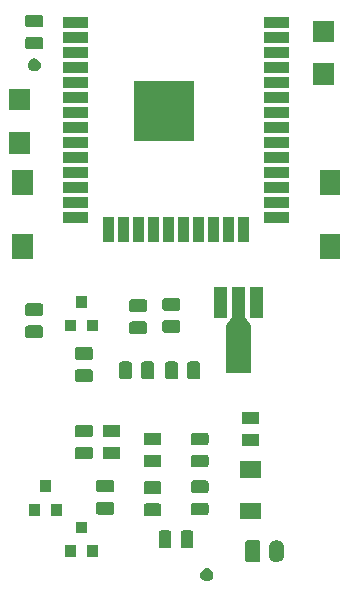
<source format=gbr>
G04 #@! TF.GenerationSoftware,KiCad,Pcbnew,(5.1.5)-3*
G04 #@! TF.CreationDate,2021-04-09T15:24:42+08:00*
G04 #@! TF.ProjectId,parasite,70617261-7369-4746-952e-6b696361645f,1.1.0*
G04 #@! TF.SameCoordinates,Original*
G04 #@! TF.FileFunction,Soldermask,Top*
G04 #@! TF.FilePolarity,Negative*
%FSLAX46Y46*%
G04 Gerber Fmt 4.6, Leading zero omitted, Abs format (unit mm)*
G04 Created by KiCad (PCBNEW (5.1.5)-3) date 2021-04-09 15:24:42*
%MOMM*%
%LPD*%
G04 APERTURE LIST*
%ADD10C,0.100000*%
G04 APERTURE END LIST*
D10*
G36*
X120760721Y-95970174D02*
G01*
X120860995Y-96011709D01*
X120860996Y-96011710D01*
X120951242Y-96072010D01*
X121027990Y-96148758D01*
X121027991Y-96148760D01*
X121088291Y-96239005D01*
X121129826Y-96339279D01*
X121151000Y-96445730D01*
X121151000Y-96554270D01*
X121129826Y-96660721D01*
X121088291Y-96760995D01*
X121088290Y-96760996D01*
X121027990Y-96851242D01*
X120951242Y-96927990D01*
X120905812Y-96958345D01*
X120860995Y-96988291D01*
X120760721Y-97029826D01*
X120654270Y-97051000D01*
X120545730Y-97051000D01*
X120439279Y-97029826D01*
X120339005Y-96988291D01*
X120294188Y-96958345D01*
X120248758Y-96927990D01*
X120172010Y-96851242D01*
X120111710Y-96760996D01*
X120111709Y-96760995D01*
X120070174Y-96660721D01*
X120049000Y-96554270D01*
X120049000Y-96445730D01*
X120070174Y-96339279D01*
X120111709Y-96239005D01*
X120172009Y-96148760D01*
X120172010Y-96148758D01*
X120248758Y-96072010D01*
X120339004Y-96011710D01*
X120339005Y-96011709D01*
X120439279Y-95970174D01*
X120545730Y-95949000D01*
X120654270Y-95949000D01*
X120760721Y-95970174D01*
G37*
G36*
X126627617Y-93583420D02*
G01*
X126708399Y-93607925D01*
X126750335Y-93620646D01*
X126863424Y-93681094D01*
X126962554Y-93762447D01*
X127043906Y-93861575D01*
X127104354Y-93974664D01*
X127106503Y-93981750D01*
X127141580Y-94097382D01*
X127151000Y-94193027D01*
X127151000Y-94806973D01*
X127141580Y-94902618D01*
X127114040Y-94993404D01*
X127104354Y-95025336D01*
X127043906Y-95138425D01*
X126962554Y-95237554D01*
X126863425Y-95318906D01*
X126750336Y-95379354D01*
X126718404Y-95389040D01*
X126627618Y-95416580D01*
X126500000Y-95429149D01*
X126372383Y-95416580D01*
X126281597Y-95389040D01*
X126249665Y-95379354D01*
X126136576Y-95318906D01*
X126037447Y-95237554D01*
X125956096Y-95138427D01*
X125956095Y-95138425D01*
X125895647Y-95025336D01*
X125895645Y-95025333D01*
X125883237Y-94984427D01*
X125858420Y-94902618D01*
X125849000Y-94806973D01*
X125849000Y-94193028D01*
X125849297Y-94190017D01*
X125855076Y-94131337D01*
X125858420Y-94097383D01*
X125895645Y-93974669D01*
X125895646Y-93974665D01*
X125956094Y-93861576D01*
X126037447Y-93762446D01*
X126136575Y-93681094D01*
X126249664Y-93620646D01*
X126291600Y-93607925D01*
X126372382Y-93583420D01*
X126500000Y-93570851D01*
X126627617Y-93583420D01*
G37*
G36*
X124991242Y-93578404D02*
G01*
X125028337Y-93589657D01*
X125062515Y-93607925D01*
X125092481Y-93632519D01*
X125117075Y-93662485D01*
X125135343Y-93696663D01*
X125146596Y-93733758D01*
X125151000Y-93778474D01*
X125151000Y-95221526D01*
X125146596Y-95266242D01*
X125135343Y-95303337D01*
X125117075Y-95337515D01*
X125092481Y-95367481D01*
X125062515Y-95392075D01*
X125028337Y-95410343D01*
X124991242Y-95421596D01*
X124946526Y-95426000D01*
X124053474Y-95426000D01*
X124008758Y-95421596D01*
X123971663Y-95410343D01*
X123937485Y-95392075D01*
X123907519Y-95367481D01*
X123882925Y-95337515D01*
X123864657Y-95303337D01*
X123853404Y-95266242D01*
X123849000Y-95221526D01*
X123849000Y-93778474D01*
X123853404Y-93733758D01*
X123864657Y-93696663D01*
X123882925Y-93662485D01*
X123907519Y-93632519D01*
X123937485Y-93607925D01*
X123971663Y-93589657D01*
X124008758Y-93578404D01*
X124053474Y-93574000D01*
X124946526Y-93574000D01*
X124991242Y-93578404D01*
G37*
G36*
X111401000Y-95001000D02*
G01*
X110499000Y-95001000D01*
X110499000Y-93999000D01*
X111401000Y-93999000D01*
X111401000Y-95001000D01*
G37*
G36*
X109501000Y-95001000D02*
G01*
X108599000Y-95001000D01*
X108599000Y-93999000D01*
X109501000Y-93999000D01*
X109501000Y-95001000D01*
G37*
G36*
X119309468Y-92753565D02*
G01*
X119348138Y-92765296D01*
X119383777Y-92784346D01*
X119415017Y-92809983D01*
X119440654Y-92841223D01*
X119459704Y-92876862D01*
X119471435Y-92915532D01*
X119476000Y-92961888D01*
X119476000Y-94038112D01*
X119471435Y-94084468D01*
X119459704Y-94123138D01*
X119440654Y-94158777D01*
X119415017Y-94190017D01*
X119383777Y-94215654D01*
X119348138Y-94234704D01*
X119309468Y-94246435D01*
X119263112Y-94251000D01*
X118611888Y-94251000D01*
X118565532Y-94246435D01*
X118526862Y-94234704D01*
X118491223Y-94215654D01*
X118459983Y-94190017D01*
X118434346Y-94158777D01*
X118415296Y-94123138D01*
X118403565Y-94084468D01*
X118399000Y-94038112D01*
X118399000Y-92961888D01*
X118403565Y-92915532D01*
X118415296Y-92876862D01*
X118434346Y-92841223D01*
X118459983Y-92809983D01*
X118491223Y-92784346D01*
X118526862Y-92765296D01*
X118565532Y-92753565D01*
X118611888Y-92749000D01*
X119263112Y-92749000D01*
X119309468Y-92753565D01*
G37*
G36*
X117434468Y-92753565D02*
G01*
X117473138Y-92765296D01*
X117508777Y-92784346D01*
X117540017Y-92809983D01*
X117565654Y-92841223D01*
X117584704Y-92876862D01*
X117596435Y-92915532D01*
X117601000Y-92961888D01*
X117601000Y-94038112D01*
X117596435Y-94084468D01*
X117584704Y-94123138D01*
X117565654Y-94158777D01*
X117540017Y-94190017D01*
X117508777Y-94215654D01*
X117473138Y-94234704D01*
X117434468Y-94246435D01*
X117388112Y-94251000D01*
X116736888Y-94251000D01*
X116690532Y-94246435D01*
X116651862Y-94234704D01*
X116616223Y-94215654D01*
X116584983Y-94190017D01*
X116559346Y-94158777D01*
X116540296Y-94123138D01*
X116528565Y-94084468D01*
X116524000Y-94038112D01*
X116524000Y-92961888D01*
X116528565Y-92915532D01*
X116540296Y-92876862D01*
X116559346Y-92841223D01*
X116584983Y-92809983D01*
X116616223Y-92784346D01*
X116651862Y-92765296D01*
X116690532Y-92753565D01*
X116736888Y-92749000D01*
X117388112Y-92749000D01*
X117434468Y-92753565D01*
G37*
G36*
X110451000Y-93001000D02*
G01*
X109549000Y-93001000D01*
X109549000Y-91999000D01*
X110451000Y-91999000D01*
X110451000Y-93001000D01*
G37*
G36*
X125201000Y-91801000D02*
G01*
X123399000Y-91801000D01*
X123399000Y-90399000D01*
X125201000Y-90399000D01*
X125201000Y-91801000D01*
G37*
G36*
X116584468Y-90466065D02*
G01*
X116623138Y-90477796D01*
X116658777Y-90496846D01*
X116690017Y-90522483D01*
X116715654Y-90553723D01*
X116734704Y-90589362D01*
X116746435Y-90628032D01*
X116751000Y-90674388D01*
X116751000Y-91325612D01*
X116746435Y-91371968D01*
X116734704Y-91410638D01*
X116715654Y-91446277D01*
X116690017Y-91477517D01*
X116658777Y-91503154D01*
X116623138Y-91522204D01*
X116584468Y-91533935D01*
X116538112Y-91538500D01*
X115461888Y-91538500D01*
X115415532Y-91533935D01*
X115376862Y-91522204D01*
X115341223Y-91503154D01*
X115309983Y-91477517D01*
X115284346Y-91446277D01*
X115265296Y-91410638D01*
X115253565Y-91371968D01*
X115249000Y-91325612D01*
X115249000Y-90674388D01*
X115253565Y-90628032D01*
X115265296Y-90589362D01*
X115284346Y-90553723D01*
X115309983Y-90522483D01*
X115341223Y-90496846D01*
X115376862Y-90477796D01*
X115415532Y-90466065D01*
X115461888Y-90461500D01*
X116538112Y-90461500D01*
X116584468Y-90466065D01*
G37*
G36*
X108351000Y-91501000D02*
G01*
X107449000Y-91501000D01*
X107449000Y-90499000D01*
X108351000Y-90499000D01*
X108351000Y-91501000D01*
G37*
G36*
X106451000Y-91501000D02*
G01*
X105549000Y-91501000D01*
X105549000Y-90499000D01*
X106451000Y-90499000D01*
X106451000Y-91501000D01*
G37*
G36*
X120584468Y-90403565D02*
G01*
X120623138Y-90415296D01*
X120658777Y-90434346D01*
X120690017Y-90459983D01*
X120715654Y-90491223D01*
X120734704Y-90526862D01*
X120746435Y-90565532D01*
X120751000Y-90611888D01*
X120751000Y-91263112D01*
X120746435Y-91309468D01*
X120734704Y-91348138D01*
X120715654Y-91383777D01*
X120690017Y-91415017D01*
X120658777Y-91440654D01*
X120623138Y-91459704D01*
X120584468Y-91471435D01*
X120538112Y-91476000D01*
X119461888Y-91476000D01*
X119415532Y-91471435D01*
X119376862Y-91459704D01*
X119341223Y-91440654D01*
X119309983Y-91415017D01*
X119284346Y-91383777D01*
X119265296Y-91348138D01*
X119253565Y-91309468D01*
X119249000Y-91263112D01*
X119249000Y-90611888D01*
X119253565Y-90565532D01*
X119265296Y-90526862D01*
X119284346Y-90491223D01*
X119309983Y-90459983D01*
X119341223Y-90434346D01*
X119376862Y-90415296D01*
X119415532Y-90403565D01*
X119461888Y-90399000D01*
X120538112Y-90399000D01*
X120584468Y-90403565D01*
G37*
G36*
X112584468Y-90341065D02*
G01*
X112623138Y-90352796D01*
X112658777Y-90371846D01*
X112690017Y-90397483D01*
X112715654Y-90428723D01*
X112734704Y-90464362D01*
X112746435Y-90503032D01*
X112751000Y-90549388D01*
X112751000Y-91200612D01*
X112746435Y-91246968D01*
X112734704Y-91285638D01*
X112715654Y-91321277D01*
X112690017Y-91352517D01*
X112658777Y-91378154D01*
X112623138Y-91397204D01*
X112584468Y-91408935D01*
X112538112Y-91413500D01*
X111461888Y-91413500D01*
X111415532Y-91408935D01*
X111376862Y-91397204D01*
X111341223Y-91378154D01*
X111309983Y-91352517D01*
X111284346Y-91321277D01*
X111265296Y-91285638D01*
X111253565Y-91246968D01*
X111249000Y-91200612D01*
X111249000Y-90549388D01*
X111253565Y-90503032D01*
X111265296Y-90464362D01*
X111284346Y-90428723D01*
X111309983Y-90397483D01*
X111341223Y-90371846D01*
X111376862Y-90352796D01*
X111415532Y-90341065D01*
X111461888Y-90336500D01*
X112538112Y-90336500D01*
X112584468Y-90341065D01*
G37*
G36*
X116584468Y-88591065D02*
G01*
X116623138Y-88602796D01*
X116658777Y-88621846D01*
X116690017Y-88647483D01*
X116715654Y-88678723D01*
X116734704Y-88714362D01*
X116746435Y-88753032D01*
X116751000Y-88799388D01*
X116751000Y-89450612D01*
X116746435Y-89496968D01*
X116734704Y-89535638D01*
X116715654Y-89571277D01*
X116690017Y-89602517D01*
X116658777Y-89628154D01*
X116623138Y-89647204D01*
X116584468Y-89658935D01*
X116538112Y-89663500D01*
X115461888Y-89663500D01*
X115415532Y-89658935D01*
X115376862Y-89647204D01*
X115341223Y-89628154D01*
X115309983Y-89602517D01*
X115284346Y-89571277D01*
X115265296Y-89535638D01*
X115253565Y-89496968D01*
X115249000Y-89450612D01*
X115249000Y-88799388D01*
X115253565Y-88753032D01*
X115265296Y-88714362D01*
X115284346Y-88678723D01*
X115309983Y-88647483D01*
X115341223Y-88621846D01*
X115376862Y-88602796D01*
X115415532Y-88591065D01*
X115461888Y-88586500D01*
X116538112Y-88586500D01*
X116584468Y-88591065D01*
G37*
G36*
X120584468Y-88528565D02*
G01*
X120623138Y-88540296D01*
X120658777Y-88559346D01*
X120690017Y-88584983D01*
X120715654Y-88616223D01*
X120734704Y-88651862D01*
X120746435Y-88690532D01*
X120751000Y-88736888D01*
X120751000Y-89388112D01*
X120746435Y-89434468D01*
X120734704Y-89473138D01*
X120715654Y-89508777D01*
X120690017Y-89540017D01*
X120658777Y-89565654D01*
X120623138Y-89584704D01*
X120584468Y-89596435D01*
X120538112Y-89601000D01*
X119461888Y-89601000D01*
X119415532Y-89596435D01*
X119376862Y-89584704D01*
X119341223Y-89565654D01*
X119309983Y-89540017D01*
X119284346Y-89508777D01*
X119265296Y-89473138D01*
X119253565Y-89434468D01*
X119249000Y-89388112D01*
X119249000Y-88736888D01*
X119253565Y-88690532D01*
X119265296Y-88651862D01*
X119284346Y-88616223D01*
X119309983Y-88584983D01*
X119341223Y-88559346D01*
X119376862Y-88540296D01*
X119415532Y-88528565D01*
X119461888Y-88524000D01*
X120538112Y-88524000D01*
X120584468Y-88528565D01*
G37*
G36*
X112584468Y-88466065D02*
G01*
X112623138Y-88477796D01*
X112658777Y-88496846D01*
X112690017Y-88522483D01*
X112715654Y-88553723D01*
X112734704Y-88589362D01*
X112746435Y-88628032D01*
X112751000Y-88674388D01*
X112751000Y-89325612D01*
X112746435Y-89371968D01*
X112734704Y-89410638D01*
X112715654Y-89446277D01*
X112690017Y-89477517D01*
X112658777Y-89503154D01*
X112623138Y-89522204D01*
X112584468Y-89533935D01*
X112538112Y-89538500D01*
X111461888Y-89538500D01*
X111415532Y-89533935D01*
X111376862Y-89522204D01*
X111341223Y-89503154D01*
X111309983Y-89477517D01*
X111284346Y-89446277D01*
X111265296Y-89410638D01*
X111253565Y-89371968D01*
X111249000Y-89325612D01*
X111249000Y-88674388D01*
X111253565Y-88628032D01*
X111265296Y-88589362D01*
X111284346Y-88553723D01*
X111309983Y-88522483D01*
X111341223Y-88496846D01*
X111376862Y-88477796D01*
X111415532Y-88466065D01*
X111461888Y-88461500D01*
X112538112Y-88461500D01*
X112584468Y-88466065D01*
G37*
G36*
X107401000Y-89501000D02*
G01*
X106499000Y-89501000D01*
X106499000Y-88499000D01*
X107401000Y-88499000D01*
X107401000Y-89501000D01*
G37*
G36*
X125201000Y-88301000D02*
G01*
X123399000Y-88301000D01*
X123399000Y-86899000D01*
X125201000Y-86899000D01*
X125201000Y-88301000D01*
G37*
G36*
X120584468Y-86341065D02*
G01*
X120623138Y-86352796D01*
X120658777Y-86371846D01*
X120690017Y-86397483D01*
X120715654Y-86428723D01*
X120734704Y-86464362D01*
X120746435Y-86503032D01*
X120751000Y-86549388D01*
X120751000Y-87200612D01*
X120746435Y-87246968D01*
X120734704Y-87285638D01*
X120715654Y-87321277D01*
X120690017Y-87352517D01*
X120658777Y-87378154D01*
X120623138Y-87397204D01*
X120584468Y-87408935D01*
X120538112Y-87413500D01*
X119461888Y-87413500D01*
X119415532Y-87408935D01*
X119376862Y-87397204D01*
X119341223Y-87378154D01*
X119309983Y-87352517D01*
X119284346Y-87321277D01*
X119265296Y-87285638D01*
X119253565Y-87246968D01*
X119249000Y-87200612D01*
X119249000Y-86549388D01*
X119253565Y-86503032D01*
X119265296Y-86464362D01*
X119284346Y-86428723D01*
X119309983Y-86397483D01*
X119341223Y-86371846D01*
X119376862Y-86352796D01*
X119415532Y-86341065D01*
X119461888Y-86336500D01*
X120538112Y-86336500D01*
X120584468Y-86341065D01*
G37*
G36*
X116584468Y-86341065D02*
G01*
X116623138Y-86352796D01*
X116658777Y-86371846D01*
X116690017Y-86397483D01*
X116715654Y-86428723D01*
X116734704Y-86464362D01*
X116746435Y-86503032D01*
X116751000Y-86549388D01*
X116751000Y-87200612D01*
X116746435Y-87246968D01*
X116734704Y-87285638D01*
X116715654Y-87321277D01*
X116690017Y-87352517D01*
X116658777Y-87378154D01*
X116623138Y-87397204D01*
X116584468Y-87408935D01*
X116538112Y-87413500D01*
X115461888Y-87413500D01*
X115415532Y-87408935D01*
X115376862Y-87397204D01*
X115341223Y-87378154D01*
X115309983Y-87352517D01*
X115284346Y-87321277D01*
X115265296Y-87285638D01*
X115253565Y-87246968D01*
X115249000Y-87200612D01*
X115249000Y-86549388D01*
X115253565Y-86503032D01*
X115265296Y-86464362D01*
X115284346Y-86428723D01*
X115309983Y-86397483D01*
X115341223Y-86371846D01*
X115376862Y-86352796D01*
X115415532Y-86341065D01*
X115461888Y-86336500D01*
X116538112Y-86336500D01*
X116584468Y-86341065D01*
G37*
G36*
X113121968Y-85666065D02*
G01*
X113160638Y-85677796D01*
X113196277Y-85696846D01*
X113227517Y-85722483D01*
X113253154Y-85753723D01*
X113272204Y-85789362D01*
X113283935Y-85828032D01*
X113288500Y-85874388D01*
X113288500Y-86525612D01*
X113283935Y-86571968D01*
X113272204Y-86610638D01*
X113253154Y-86646277D01*
X113227517Y-86677517D01*
X113196277Y-86703154D01*
X113160638Y-86722204D01*
X113121968Y-86733935D01*
X113075612Y-86738500D01*
X111999388Y-86738500D01*
X111953032Y-86733935D01*
X111914362Y-86722204D01*
X111878723Y-86703154D01*
X111847483Y-86677517D01*
X111821846Y-86646277D01*
X111802796Y-86610638D01*
X111791065Y-86571968D01*
X111786500Y-86525612D01*
X111786500Y-85874388D01*
X111791065Y-85828032D01*
X111802796Y-85789362D01*
X111821846Y-85753723D01*
X111847483Y-85722483D01*
X111878723Y-85696846D01*
X111914362Y-85677796D01*
X111953032Y-85666065D01*
X111999388Y-85661500D01*
X113075612Y-85661500D01*
X113121968Y-85666065D01*
G37*
G36*
X110784468Y-85666065D02*
G01*
X110823138Y-85677796D01*
X110858777Y-85696846D01*
X110890017Y-85722483D01*
X110915654Y-85753723D01*
X110934704Y-85789362D01*
X110946435Y-85828032D01*
X110951000Y-85874388D01*
X110951000Y-86525612D01*
X110946435Y-86571968D01*
X110934704Y-86610638D01*
X110915654Y-86646277D01*
X110890017Y-86677517D01*
X110858777Y-86703154D01*
X110823138Y-86722204D01*
X110784468Y-86733935D01*
X110738112Y-86738500D01*
X109661888Y-86738500D01*
X109615532Y-86733935D01*
X109576862Y-86722204D01*
X109541223Y-86703154D01*
X109509983Y-86677517D01*
X109484346Y-86646277D01*
X109465296Y-86610638D01*
X109453565Y-86571968D01*
X109449000Y-86525612D01*
X109449000Y-85874388D01*
X109453565Y-85828032D01*
X109465296Y-85789362D01*
X109484346Y-85753723D01*
X109509983Y-85722483D01*
X109541223Y-85696846D01*
X109576862Y-85677796D01*
X109615532Y-85666065D01*
X109661888Y-85661500D01*
X110738112Y-85661500D01*
X110784468Y-85666065D01*
G37*
G36*
X124884468Y-84566065D02*
G01*
X124923138Y-84577796D01*
X124958777Y-84596846D01*
X124990017Y-84622483D01*
X125015654Y-84653723D01*
X125034704Y-84689362D01*
X125046435Y-84728032D01*
X125051000Y-84774388D01*
X125051000Y-85425612D01*
X125046435Y-85471968D01*
X125034704Y-85510638D01*
X125015654Y-85546277D01*
X124990017Y-85577517D01*
X124958777Y-85603154D01*
X124923138Y-85622204D01*
X124884468Y-85633935D01*
X124838112Y-85638500D01*
X123761888Y-85638500D01*
X123715532Y-85633935D01*
X123676862Y-85622204D01*
X123641223Y-85603154D01*
X123609983Y-85577517D01*
X123584346Y-85546277D01*
X123565296Y-85510638D01*
X123553565Y-85471968D01*
X123549000Y-85425612D01*
X123549000Y-84774388D01*
X123553565Y-84728032D01*
X123565296Y-84689362D01*
X123584346Y-84653723D01*
X123609983Y-84622483D01*
X123641223Y-84596846D01*
X123676862Y-84577796D01*
X123715532Y-84566065D01*
X123761888Y-84561500D01*
X124838112Y-84561500D01*
X124884468Y-84566065D01*
G37*
G36*
X120584468Y-84466065D02*
G01*
X120623138Y-84477796D01*
X120658777Y-84496846D01*
X120690017Y-84522483D01*
X120715654Y-84553723D01*
X120734704Y-84589362D01*
X120746435Y-84628032D01*
X120751000Y-84674388D01*
X120751000Y-85325612D01*
X120746435Y-85371968D01*
X120734704Y-85410638D01*
X120715654Y-85446277D01*
X120690017Y-85477517D01*
X120658777Y-85503154D01*
X120623138Y-85522204D01*
X120584468Y-85533935D01*
X120538112Y-85538500D01*
X119461888Y-85538500D01*
X119415532Y-85533935D01*
X119376862Y-85522204D01*
X119341223Y-85503154D01*
X119309983Y-85477517D01*
X119284346Y-85446277D01*
X119265296Y-85410638D01*
X119253565Y-85371968D01*
X119249000Y-85325612D01*
X119249000Y-84674388D01*
X119253565Y-84628032D01*
X119265296Y-84589362D01*
X119284346Y-84553723D01*
X119309983Y-84522483D01*
X119341223Y-84496846D01*
X119376862Y-84477796D01*
X119415532Y-84466065D01*
X119461888Y-84461500D01*
X120538112Y-84461500D01*
X120584468Y-84466065D01*
G37*
G36*
X116584468Y-84466065D02*
G01*
X116623138Y-84477796D01*
X116658777Y-84496846D01*
X116690017Y-84522483D01*
X116715654Y-84553723D01*
X116734704Y-84589362D01*
X116746435Y-84628032D01*
X116751000Y-84674388D01*
X116751000Y-85325612D01*
X116746435Y-85371968D01*
X116734704Y-85410638D01*
X116715654Y-85446277D01*
X116690017Y-85477517D01*
X116658777Y-85503154D01*
X116623138Y-85522204D01*
X116584468Y-85533935D01*
X116538112Y-85538500D01*
X115461888Y-85538500D01*
X115415532Y-85533935D01*
X115376862Y-85522204D01*
X115341223Y-85503154D01*
X115309983Y-85477517D01*
X115284346Y-85446277D01*
X115265296Y-85410638D01*
X115253565Y-85371968D01*
X115249000Y-85325612D01*
X115249000Y-84674388D01*
X115253565Y-84628032D01*
X115265296Y-84589362D01*
X115284346Y-84553723D01*
X115309983Y-84522483D01*
X115341223Y-84496846D01*
X115376862Y-84477796D01*
X115415532Y-84466065D01*
X115461888Y-84461500D01*
X116538112Y-84461500D01*
X116584468Y-84466065D01*
G37*
G36*
X110784468Y-83791065D02*
G01*
X110823138Y-83802796D01*
X110858777Y-83821846D01*
X110890017Y-83847483D01*
X110915654Y-83878723D01*
X110934704Y-83914362D01*
X110946435Y-83953032D01*
X110951000Y-83999388D01*
X110951000Y-84650612D01*
X110946435Y-84696968D01*
X110934704Y-84735638D01*
X110915654Y-84771277D01*
X110890017Y-84802517D01*
X110858777Y-84828154D01*
X110823138Y-84847204D01*
X110784468Y-84858935D01*
X110738112Y-84863500D01*
X109661888Y-84863500D01*
X109615532Y-84858935D01*
X109576862Y-84847204D01*
X109541223Y-84828154D01*
X109509983Y-84802517D01*
X109484346Y-84771277D01*
X109465296Y-84735638D01*
X109453565Y-84696968D01*
X109449000Y-84650612D01*
X109449000Y-83999388D01*
X109453565Y-83953032D01*
X109465296Y-83914362D01*
X109484346Y-83878723D01*
X109509983Y-83847483D01*
X109541223Y-83821846D01*
X109576862Y-83802796D01*
X109615532Y-83791065D01*
X109661888Y-83786500D01*
X110738112Y-83786500D01*
X110784468Y-83791065D01*
G37*
G36*
X113121968Y-83791065D02*
G01*
X113160638Y-83802796D01*
X113196277Y-83821846D01*
X113227517Y-83847483D01*
X113253154Y-83878723D01*
X113272204Y-83914362D01*
X113283935Y-83953032D01*
X113288500Y-83999388D01*
X113288500Y-84650612D01*
X113283935Y-84696968D01*
X113272204Y-84735638D01*
X113253154Y-84771277D01*
X113227517Y-84802517D01*
X113196277Y-84828154D01*
X113160638Y-84847204D01*
X113121968Y-84858935D01*
X113075612Y-84863500D01*
X111999388Y-84863500D01*
X111953032Y-84858935D01*
X111914362Y-84847204D01*
X111878723Y-84828154D01*
X111847483Y-84802517D01*
X111821846Y-84771277D01*
X111802796Y-84735638D01*
X111791065Y-84696968D01*
X111786500Y-84650612D01*
X111786500Y-83999388D01*
X111791065Y-83953032D01*
X111802796Y-83914362D01*
X111821846Y-83878723D01*
X111847483Y-83847483D01*
X111878723Y-83821846D01*
X111914362Y-83802796D01*
X111953032Y-83791065D01*
X111999388Y-83786500D01*
X113075612Y-83786500D01*
X113121968Y-83791065D01*
G37*
G36*
X124884468Y-82691065D02*
G01*
X124923138Y-82702796D01*
X124958777Y-82721846D01*
X124990017Y-82747483D01*
X125015654Y-82778723D01*
X125034704Y-82814362D01*
X125046435Y-82853032D01*
X125051000Y-82899388D01*
X125051000Y-83550612D01*
X125046435Y-83596968D01*
X125034704Y-83635638D01*
X125015654Y-83671277D01*
X124990017Y-83702517D01*
X124958777Y-83728154D01*
X124923138Y-83747204D01*
X124884468Y-83758935D01*
X124838112Y-83763500D01*
X123761888Y-83763500D01*
X123715532Y-83758935D01*
X123676862Y-83747204D01*
X123641223Y-83728154D01*
X123609983Y-83702517D01*
X123584346Y-83671277D01*
X123565296Y-83635638D01*
X123553565Y-83596968D01*
X123549000Y-83550612D01*
X123549000Y-82899388D01*
X123553565Y-82853032D01*
X123565296Y-82814362D01*
X123584346Y-82778723D01*
X123609983Y-82747483D01*
X123641223Y-82721846D01*
X123676862Y-82702796D01*
X123715532Y-82691065D01*
X123761888Y-82686500D01*
X124838112Y-82686500D01*
X124884468Y-82691065D01*
G37*
G36*
X110784468Y-79103565D02*
G01*
X110823138Y-79115296D01*
X110858777Y-79134346D01*
X110890017Y-79159983D01*
X110915654Y-79191223D01*
X110934704Y-79226862D01*
X110946435Y-79265532D01*
X110951000Y-79311888D01*
X110951000Y-79963112D01*
X110946435Y-80009468D01*
X110934704Y-80048138D01*
X110915654Y-80083777D01*
X110890017Y-80115017D01*
X110858777Y-80140654D01*
X110823138Y-80159704D01*
X110784468Y-80171435D01*
X110738112Y-80176000D01*
X109661888Y-80176000D01*
X109615532Y-80171435D01*
X109576862Y-80159704D01*
X109541223Y-80140654D01*
X109509983Y-80115017D01*
X109484346Y-80083777D01*
X109465296Y-80048138D01*
X109453565Y-80009468D01*
X109449000Y-79963112D01*
X109449000Y-79311888D01*
X109453565Y-79265532D01*
X109465296Y-79226862D01*
X109484346Y-79191223D01*
X109509983Y-79159983D01*
X109541223Y-79134346D01*
X109576862Y-79115296D01*
X109615532Y-79103565D01*
X109661888Y-79099000D01*
X110738112Y-79099000D01*
X110784468Y-79103565D01*
G37*
G36*
X119871968Y-78453565D02*
G01*
X119910638Y-78465296D01*
X119946277Y-78484346D01*
X119977517Y-78509983D01*
X120003154Y-78541223D01*
X120022204Y-78576862D01*
X120033935Y-78615532D01*
X120038500Y-78661888D01*
X120038500Y-79738112D01*
X120033935Y-79784468D01*
X120022204Y-79823138D01*
X120003154Y-79858777D01*
X119977517Y-79890017D01*
X119946277Y-79915654D01*
X119910638Y-79934704D01*
X119871968Y-79946435D01*
X119825612Y-79951000D01*
X119174388Y-79951000D01*
X119128032Y-79946435D01*
X119089362Y-79934704D01*
X119053723Y-79915654D01*
X119022483Y-79890017D01*
X118996846Y-79858777D01*
X118977796Y-79823138D01*
X118966065Y-79784468D01*
X118961500Y-79738112D01*
X118961500Y-78661888D01*
X118966065Y-78615532D01*
X118977796Y-78576862D01*
X118996846Y-78541223D01*
X119022483Y-78509983D01*
X119053723Y-78484346D01*
X119089362Y-78465296D01*
X119128032Y-78453565D01*
X119174388Y-78449000D01*
X119825612Y-78449000D01*
X119871968Y-78453565D01*
G37*
G36*
X117996968Y-78453565D02*
G01*
X118035638Y-78465296D01*
X118071277Y-78484346D01*
X118102517Y-78509983D01*
X118128154Y-78541223D01*
X118147204Y-78576862D01*
X118158935Y-78615532D01*
X118163500Y-78661888D01*
X118163500Y-79738112D01*
X118158935Y-79784468D01*
X118147204Y-79823138D01*
X118128154Y-79858777D01*
X118102517Y-79890017D01*
X118071277Y-79915654D01*
X118035638Y-79934704D01*
X117996968Y-79946435D01*
X117950612Y-79951000D01*
X117299388Y-79951000D01*
X117253032Y-79946435D01*
X117214362Y-79934704D01*
X117178723Y-79915654D01*
X117147483Y-79890017D01*
X117121846Y-79858777D01*
X117102796Y-79823138D01*
X117091065Y-79784468D01*
X117086500Y-79738112D01*
X117086500Y-78661888D01*
X117091065Y-78615532D01*
X117102796Y-78576862D01*
X117121846Y-78541223D01*
X117147483Y-78509983D01*
X117178723Y-78484346D01*
X117214362Y-78465296D01*
X117253032Y-78453565D01*
X117299388Y-78449000D01*
X117950612Y-78449000D01*
X117996968Y-78453565D01*
G37*
G36*
X115971968Y-78453565D02*
G01*
X116010638Y-78465296D01*
X116046277Y-78484346D01*
X116077517Y-78509983D01*
X116103154Y-78541223D01*
X116122204Y-78576862D01*
X116133935Y-78615532D01*
X116138500Y-78661888D01*
X116138500Y-79738112D01*
X116133935Y-79784468D01*
X116122204Y-79823138D01*
X116103154Y-79858777D01*
X116077517Y-79890017D01*
X116046277Y-79915654D01*
X116010638Y-79934704D01*
X115971968Y-79946435D01*
X115925612Y-79951000D01*
X115274388Y-79951000D01*
X115228032Y-79946435D01*
X115189362Y-79934704D01*
X115153723Y-79915654D01*
X115122483Y-79890017D01*
X115096846Y-79858777D01*
X115077796Y-79823138D01*
X115066065Y-79784468D01*
X115061500Y-79738112D01*
X115061500Y-78661888D01*
X115066065Y-78615532D01*
X115077796Y-78576862D01*
X115096846Y-78541223D01*
X115122483Y-78509983D01*
X115153723Y-78484346D01*
X115189362Y-78465296D01*
X115228032Y-78453565D01*
X115274388Y-78449000D01*
X115925612Y-78449000D01*
X115971968Y-78453565D01*
G37*
G36*
X114096968Y-78453565D02*
G01*
X114135638Y-78465296D01*
X114171277Y-78484346D01*
X114202517Y-78509983D01*
X114228154Y-78541223D01*
X114247204Y-78576862D01*
X114258935Y-78615532D01*
X114263500Y-78661888D01*
X114263500Y-79738112D01*
X114258935Y-79784468D01*
X114247204Y-79823138D01*
X114228154Y-79858777D01*
X114202517Y-79890017D01*
X114171277Y-79915654D01*
X114135638Y-79934704D01*
X114096968Y-79946435D01*
X114050612Y-79951000D01*
X113399388Y-79951000D01*
X113353032Y-79946435D01*
X113314362Y-79934704D01*
X113278723Y-79915654D01*
X113247483Y-79890017D01*
X113221846Y-79858777D01*
X113202796Y-79823138D01*
X113191065Y-79784468D01*
X113186500Y-79738112D01*
X113186500Y-78661888D01*
X113191065Y-78615532D01*
X113202796Y-78576862D01*
X113221846Y-78541223D01*
X113247483Y-78509983D01*
X113278723Y-78484346D01*
X113314362Y-78465296D01*
X113353032Y-78453565D01*
X113399388Y-78449000D01*
X114050612Y-78449000D01*
X114096968Y-78453565D01*
G37*
G36*
X123851000Y-74621713D02*
G01*
X123853402Y-74646099D01*
X123860515Y-74669548D01*
X123871994Y-74691050D01*
X124019996Y-74913053D01*
X124028500Y-74923437D01*
X124034852Y-74935336D01*
X124273520Y-75293338D01*
X124289045Y-75312296D01*
X124307971Y-75327861D01*
X124329569Y-75339435D01*
X124351000Y-75345961D01*
X124351000Y-75371712D01*
X124353402Y-75396098D01*
X124360515Y-75419547D01*
X124371994Y-75441049D01*
X124408607Y-75495968D01*
X124406553Y-75497066D01*
X124387611Y-75512611D01*
X124372066Y-75531553D01*
X124360515Y-75553164D01*
X124353402Y-75576613D01*
X124351000Y-75600999D01*
X124351000Y-79451000D01*
X122249000Y-79451000D01*
X122249000Y-75600999D01*
X122246598Y-75576613D01*
X122239485Y-75553164D01*
X122227934Y-75531553D01*
X122212389Y-75512611D01*
X122193447Y-75497066D01*
X122191393Y-75495968D01*
X122228006Y-75441049D01*
X122239535Y-75419426D01*
X122246624Y-75395970D01*
X122249000Y-75371712D01*
X122249000Y-75345949D01*
X122270310Y-75339485D01*
X122291921Y-75327934D01*
X122310863Y-75312389D01*
X122326480Y-75293338D01*
X122565148Y-74935336D01*
X122571493Y-74923435D01*
X122580004Y-74913053D01*
X122728006Y-74691050D01*
X122739535Y-74669427D01*
X122746624Y-74645971D01*
X122749000Y-74621713D01*
X122749000Y-72139000D01*
X123851000Y-72139000D01*
X123851000Y-74621713D01*
G37*
G36*
X110784468Y-77228565D02*
G01*
X110823138Y-77240296D01*
X110858777Y-77259346D01*
X110890017Y-77284983D01*
X110915654Y-77316223D01*
X110934704Y-77351862D01*
X110946435Y-77390532D01*
X110951000Y-77436888D01*
X110951000Y-78088112D01*
X110946435Y-78134468D01*
X110934704Y-78173138D01*
X110915654Y-78208777D01*
X110890017Y-78240017D01*
X110858777Y-78265654D01*
X110823138Y-78284704D01*
X110784468Y-78296435D01*
X110738112Y-78301000D01*
X109661888Y-78301000D01*
X109615532Y-78296435D01*
X109576862Y-78284704D01*
X109541223Y-78265654D01*
X109509983Y-78240017D01*
X109484346Y-78208777D01*
X109465296Y-78173138D01*
X109453565Y-78134468D01*
X109449000Y-78088112D01*
X109449000Y-77436888D01*
X109453565Y-77390532D01*
X109465296Y-77351862D01*
X109484346Y-77316223D01*
X109509983Y-77284983D01*
X109541223Y-77259346D01*
X109576862Y-77240296D01*
X109615532Y-77228565D01*
X109661888Y-77224000D01*
X110738112Y-77224000D01*
X110784468Y-77228565D01*
G37*
G36*
X106584468Y-75403565D02*
G01*
X106623138Y-75415296D01*
X106658777Y-75434346D01*
X106690017Y-75459983D01*
X106715654Y-75491223D01*
X106734704Y-75526862D01*
X106746435Y-75565532D01*
X106751000Y-75611888D01*
X106751000Y-76263112D01*
X106746435Y-76309468D01*
X106734704Y-76348138D01*
X106715654Y-76383777D01*
X106690017Y-76415017D01*
X106658777Y-76440654D01*
X106623138Y-76459704D01*
X106584468Y-76471435D01*
X106538112Y-76476000D01*
X105461888Y-76476000D01*
X105415532Y-76471435D01*
X105376862Y-76459704D01*
X105341223Y-76440654D01*
X105309983Y-76415017D01*
X105284346Y-76383777D01*
X105265296Y-76348138D01*
X105253565Y-76309468D01*
X105249000Y-76263112D01*
X105249000Y-75611888D01*
X105253565Y-75565532D01*
X105265296Y-75526862D01*
X105284346Y-75491223D01*
X105309983Y-75459983D01*
X105341223Y-75434346D01*
X105376862Y-75415296D01*
X105415532Y-75403565D01*
X105461888Y-75399000D01*
X106538112Y-75399000D01*
X106584468Y-75403565D01*
G37*
G36*
X115384468Y-75066065D02*
G01*
X115423138Y-75077796D01*
X115458777Y-75096846D01*
X115490017Y-75122483D01*
X115515654Y-75153723D01*
X115534704Y-75189362D01*
X115546435Y-75228032D01*
X115551000Y-75274388D01*
X115551000Y-75925612D01*
X115546435Y-75971968D01*
X115534704Y-76010638D01*
X115515654Y-76046277D01*
X115490017Y-76077517D01*
X115458777Y-76103154D01*
X115423138Y-76122204D01*
X115384468Y-76133935D01*
X115338112Y-76138500D01*
X114261888Y-76138500D01*
X114215532Y-76133935D01*
X114176862Y-76122204D01*
X114141223Y-76103154D01*
X114109983Y-76077517D01*
X114084346Y-76046277D01*
X114065296Y-76010638D01*
X114053565Y-75971968D01*
X114049000Y-75925612D01*
X114049000Y-75274388D01*
X114053565Y-75228032D01*
X114065296Y-75189362D01*
X114084346Y-75153723D01*
X114109983Y-75122483D01*
X114141223Y-75096846D01*
X114176862Y-75077796D01*
X114215532Y-75066065D01*
X114261888Y-75061500D01*
X115338112Y-75061500D01*
X115384468Y-75066065D01*
G37*
G36*
X118184468Y-74941065D02*
G01*
X118223138Y-74952796D01*
X118258777Y-74971846D01*
X118290017Y-74997483D01*
X118315654Y-75028723D01*
X118334704Y-75064362D01*
X118346435Y-75103032D01*
X118351000Y-75149388D01*
X118351000Y-75800612D01*
X118346435Y-75846968D01*
X118334704Y-75885638D01*
X118315654Y-75921277D01*
X118290017Y-75952517D01*
X118258777Y-75978154D01*
X118223138Y-75997204D01*
X118184468Y-76008935D01*
X118138112Y-76013500D01*
X117061888Y-76013500D01*
X117015532Y-76008935D01*
X116976862Y-75997204D01*
X116941223Y-75978154D01*
X116909983Y-75952517D01*
X116884346Y-75921277D01*
X116865296Y-75885638D01*
X116853565Y-75846968D01*
X116849000Y-75800612D01*
X116849000Y-75149388D01*
X116853565Y-75103032D01*
X116865296Y-75064362D01*
X116884346Y-75028723D01*
X116909983Y-74997483D01*
X116941223Y-74971846D01*
X116976862Y-74952796D01*
X117015532Y-74941065D01*
X117061888Y-74936500D01*
X118138112Y-74936500D01*
X118184468Y-74941065D01*
G37*
G36*
X109501000Y-75901000D02*
G01*
X108599000Y-75901000D01*
X108599000Y-74899000D01*
X109501000Y-74899000D01*
X109501000Y-75901000D01*
G37*
G36*
X111401000Y-75901000D02*
G01*
X110499000Y-75901000D01*
X110499000Y-74899000D01*
X111401000Y-74899000D01*
X111401000Y-75901000D01*
G37*
G36*
X122351000Y-74741000D02*
G01*
X121249000Y-74741000D01*
X121249000Y-72139000D01*
X122351000Y-72139000D01*
X122351000Y-74741000D01*
G37*
G36*
X125351000Y-74741000D02*
G01*
X124249000Y-74741000D01*
X124249000Y-72139000D01*
X125351000Y-72139000D01*
X125351000Y-74741000D01*
G37*
G36*
X106584468Y-73528565D02*
G01*
X106623138Y-73540296D01*
X106658777Y-73559346D01*
X106690017Y-73584983D01*
X106715654Y-73616223D01*
X106734704Y-73651862D01*
X106746435Y-73690532D01*
X106751000Y-73736888D01*
X106751000Y-74388112D01*
X106746435Y-74434468D01*
X106734704Y-74473138D01*
X106715654Y-74508777D01*
X106690017Y-74540017D01*
X106658777Y-74565654D01*
X106623138Y-74584704D01*
X106584468Y-74596435D01*
X106538112Y-74601000D01*
X105461888Y-74601000D01*
X105415532Y-74596435D01*
X105376862Y-74584704D01*
X105341223Y-74565654D01*
X105309983Y-74540017D01*
X105284346Y-74508777D01*
X105265296Y-74473138D01*
X105253565Y-74434468D01*
X105249000Y-74388112D01*
X105249000Y-73736888D01*
X105253565Y-73690532D01*
X105265296Y-73651862D01*
X105284346Y-73616223D01*
X105309983Y-73584983D01*
X105341223Y-73559346D01*
X105376862Y-73540296D01*
X105415532Y-73528565D01*
X105461888Y-73524000D01*
X106538112Y-73524000D01*
X106584468Y-73528565D01*
G37*
G36*
X115384468Y-73191065D02*
G01*
X115423138Y-73202796D01*
X115458777Y-73221846D01*
X115490017Y-73247483D01*
X115515654Y-73278723D01*
X115534704Y-73314362D01*
X115546435Y-73353032D01*
X115551000Y-73399388D01*
X115551000Y-74050612D01*
X115546435Y-74096968D01*
X115534704Y-74135638D01*
X115515654Y-74171277D01*
X115490017Y-74202517D01*
X115458777Y-74228154D01*
X115423138Y-74247204D01*
X115384468Y-74258935D01*
X115338112Y-74263500D01*
X114261888Y-74263500D01*
X114215532Y-74258935D01*
X114176862Y-74247204D01*
X114141223Y-74228154D01*
X114109983Y-74202517D01*
X114084346Y-74171277D01*
X114065296Y-74135638D01*
X114053565Y-74096968D01*
X114049000Y-74050612D01*
X114049000Y-73399388D01*
X114053565Y-73353032D01*
X114065296Y-73314362D01*
X114084346Y-73278723D01*
X114109983Y-73247483D01*
X114141223Y-73221846D01*
X114176862Y-73202796D01*
X114215532Y-73191065D01*
X114261888Y-73186500D01*
X115338112Y-73186500D01*
X115384468Y-73191065D01*
G37*
G36*
X118184468Y-73066065D02*
G01*
X118223138Y-73077796D01*
X118258777Y-73096846D01*
X118290017Y-73122483D01*
X118315654Y-73153723D01*
X118334704Y-73189362D01*
X118346435Y-73228032D01*
X118351000Y-73274388D01*
X118351000Y-73925612D01*
X118346435Y-73971968D01*
X118334704Y-74010638D01*
X118315654Y-74046277D01*
X118290017Y-74077517D01*
X118258777Y-74103154D01*
X118223138Y-74122204D01*
X118184468Y-74133935D01*
X118138112Y-74138500D01*
X117061888Y-74138500D01*
X117015532Y-74133935D01*
X116976862Y-74122204D01*
X116941223Y-74103154D01*
X116909983Y-74077517D01*
X116884346Y-74046277D01*
X116865296Y-74010638D01*
X116853565Y-73971968D01*
X116849000Y-73925612D01*
X116849000Y-73274388D01*
X116853565Y-73228032D01*
X116865296Y-73189362D01*
X116884346Y-73153723D01*
X116909983Y-73122483D01*
X116941223Y-73096846D01*
X116976862Y-73077796D01*
X117015532Y-73066065D01*
X117061888Y-73061500D01*
X118138112Y-73061500D01*
X118184468Y-73066065D01*
G37*
G36*
X110451000Y-73901000D02*
G01*
X109549000Y-73901000D01*
X109549000Y-72899000D01*
X110451000Y-72899000D01*
X110451000Y-73901000D01*
G37*
G36*
X105851000Y-69751000D02*
G01*
X104149000Y-69751000D01*
X104149000Y-67649000D01*
X105851000Y-67649000D01*
X105851000Y-69751000D01*
G37*
G36*
X131851000Y-69751000D02*
G01*
X130149000Y-69751000D01*
X130149000Y-67649000D01*
X131851000Y-67649000D01*
X131851000Y-69751000D01*
G37*
G36*
X115326000Y-68306000D02*
G01*
X114324000Y-68306000D01*
X114324000Y-66204000D01*
X115326000Y-66204000D01*
X115326000Y-68306000D01*
G37*
G36*
X114056000Y-68306000D02*
G01*
X113054000Y-68306000D01*
X113054000Y-66204000D01*
X114056000Y-66204000D01*
X114056000Y-68306000D01*
G37*
G36*
X112786000Y-68306000D02*
G01*
X111784000Y-68306000D01*
X111784000Y-66204000D01*
X112786000Y-66204000D01*
X112786000Y-68306000D01*
G37*
G36*
X124216000Y-68306000D02*
G01*
X123214000Y-68306000D01*
X123214000Y-66204000D01*
X124216000Y-66204000D01*
X124216000Y-68306000D01*
G37*
G36*
X122946000Y-68306000D02*
G01*
X121944000Y-68306000D01*
X121944000Y-66204000D01*
X122946000Y-66204000D01*
X122946000Y-68306000D01*
G37*
G36*
X120406000Y-68306000D02*
G01*
X119404000Y-68306000D01*
X119404000Y-66204000D01*
X120406000Y-66204000D01*
X120406000Y-68306000D01*
G37*
G36*
X117866000Y-68306000D02*
G01*
X116864000Y-68306000D01*
X116864000Y-66204000D01*
X117866000Y-66204000D01*
X117866000Y-68306000D01*
G37*
G36*
X116596000Y-68306000D02*
G01*
X115594000Y-68306000D01*
X115594000Y-66204000D01*
X116596000Y-66204000D01*
X116596000Y-68306000D01*
G37*
G36*
X119136000Y-68306000D02*
G01*
X118134000Y-68306000D01*
X118134000Y-66204000D01*
X119136000Y-66204000D01*
X119136000Y-68306000D01*
G37*
G36*
X121676000Y-68306000D02*
G01*
X120674000Y-68306000D01*
X120674000Y-66204000D01*
X121676000Y-66204000D01*
X121676000Y-68306000D01*
G37*
G36*
X127551000Y-66756000D02*
G01*
X125449000Y-66756000D01*
X125449000Y-65754000D01*
X127551000Y-65754000D01*
X127551000Y-66756000D01*
G37*
G36*
X110551000Y-66756000D02*
G01*
X108449000Y-66756000D01*
X108449000Y-65754000D01*
X110551000Y-65754000D01*
X110551000Y-66756000D01*
G37*
G36*
X127551000Y-65486000D02*
G01*
X125449000Y-65486000D01*
X125449000Y-64484000D01*
X127551000Y-64484000D01*
X127551000Y-65486000D01*
G37*
G36*
X110551000Y-65486000D02*
G01*
X108449000Y-65486000D01*
X108449000Y-64484000D01*
X110551000Y-64484000D01*
X110551000Y-65486000D01*
G37*
G36*
X105851000Y-64351000D02*
G01*
X104149000Y-64351000D01*
X104149000Y-62249000D01*
X105851000Y-62249000D01*
X105851000Y-64351000D01*
G37*
G36*
X131851000Y-64351000D02*
G01*
X130149000Y-64351000D01*
X130149000Y-62249000D01*
X131851000Y-62249000D01*
X131851000Y-64351000D01*
G37*
G36*
X127551000Y-64216000D02*
G01*
X125449000Y-64216000D01*
X125449000Y-63214000D01*
X127551000Y-63214000D01*
X127551000Y-64216000D01*
G37*
G36*
X110551000Y-64216000D02*
G01*
X108449000Y-64216000D01*
X108449000Y-63214000D01*
X110551000Y-63214000D01*
X110551000Y-64216000D01*
G37*
G36*
X110551000Y-62946000D02*
G01*
X108449000Y-62946000D01*
X108449000Y-61944000D01*
X110551000Y-61944000D01*
X110551000Y-62946000D01*
G37*
G36*
X127551000Y-62946000D02*
G01*
X125449000Y-62946000D01*
X125449000Y-61944000D01*
X127551000Y-61944000D01*
X127551000Y-62946000D01*
G37*
G36*
X110551000Y-61676000D02*
G01*
X108449000Y-61676000D01*
X108449000Y-60674000D01*
X110551000Y-60674000D01*
X110551000Y-61676000D01*
G37*
G36*
X127551000Y-61676000D02*
G01*
X125449000Y-61676000D01*
X125449000Y-60674000D01*
X127551000Y-60674000D01*
X127551000Y-61676000D01*
G37*
G36*
X105651000Y-60845000D02*
G01*
X103849000Y-60845000D01*
X103849000Y-59043000D01*
X105651000Y-59043000D01*
X105651000Y-60845000D01*
G37*
G36*
X127551000Y-60406000D02*
G01*
X125449000Y-60406000D01*
X125449000Y-59404000D01*
X127551000Y-59404000D01*
X127551000Y-60406000D01*
G37*
G36*
X110551000Y-60406000D02*
G01*
X108449000Y-60406000D01*
X108449000Y-59404000D01*
X110551000Y-59404000D01*
X110551000Y-60406000D01*
G37*
G36*
X119551000Y-59796000D02*
G01*
X114449000Y-59796000D01*
X114449000Y-54694000D01*
X119551000Y-54694000D01*
X119551000Y-59796000D01*
G37*
G36*
X110551000Y-59136000D02*
G01*
X108449000Y-59136000D01*
X108449000Y-58134000D01*
X110551000Y-58134000D01*
X110551000Y-59136000D01*
G37*
G36*
X127551000Y-59136000D02*
G01*
X125449000Y-59136000D01*
X125449000Y-58134000D01*
X127551000Y-58134000D01*
X127551000Y-59136000D01*
G37*
G36*
X110551000Y-57866000D02*
G01*
X108449000Y-57866000D01*
X108449000Y-56864000D01*
X110551000Y-56864000D01*
X110551000Y-57866000D01*
G37*
G36*
X127551000Y-57866000D02*
G01*
X125449000Y-57866000D01*
X125449000Y-56864000D01*
X127551000Y-56864000D01*
X127551000Y-57866000D01*
G37*
G36*
X105651000Y-57151000D02*
G01*
X103849000Y-57151000D01*
X103849000Y-55349000D01*
X105651000Y-55349000D01*
X105651000Y-57151000D01*
G37*
G36*
X110551000Y-56596000D02*
G01*
X108449000Y-56596000D01*
X108449000Y-55594000D01*
X110551000Y-55594000D01*
X110551000Y-56596000D01*
G37*
G36*
X127551000Y-56596000D02*
G01*
X125449000Y-56596000D01*
X125449000Y-55594000D01*
X127551000Y-55594000D01*
X127551000Y-56596000D01*
G37*
G36*
X127551000Y-55326000D02*
G01*
X125449000Y-55326000D01*
X125449000Y-54324000D01*
X127551000Y-54324000D01*
X127551000Y-55326000D01*
G37*
G36*
X110551000Y-55326000D02*
G01*
X108449000Y-55326000D01*
X108449000Y-54324000D01*
X110551000Y-54324000D01*
X110551000Y-55326000D01*
G37*
G36*
X131401000Y-55003000D02*
G01*
X129599000Y-55003000D01*
X129599000Y-53201000D01*
X131401000Y-53201000D01*
X131401000Y-55003000D01*
G37*
G36*
X110551000Y-54056000D02*
G01*
X108449000Y-54056000D01*
X108449000Y-53054000D01*
X110551000Y-53054000D01*
X110551000Y-54056000D01*
G37*
G36*
X127551000Y-54056000D02*
G01*
X125449000Y-54056000D01*
X125449000Y-53054000D01*
X127551000Y-53054000D01*
X127551000Y-54056000D01*
G37*
G36*
X106160721Y-52810174D02*
G01*
X106260995Y-52851709D01*
X106260996Y-52851710D01*
X106351242Y-52912010D01*
X106427990Y-52988758D01*
X106427991Y-52988760D01*
X106488291Y-53079005D01*
X106529826Y-53179279D01*
X106551000Y-53285730D01*
X106551000Y-53394270D01*
X106529826Y-53500721D01*
X106488291Y-53600995D01*
X106488290Y-53600996D01*
X106427990Y-53691242D01*
X106351242Y-53767990D01*
X106305812Y-53798345D01*
X106260995Y-53828291D01*
X106160721Y-53869826D01*
X106054270Y-53891000D01*
X105945730Y-53891000D01*
X105839279Y-53869826D01*
X105739005Y-53828291D01*
X105694188Y-53798345D01*
X105648758Y-53767990D01*
X105572010Y-53691242D01*
X105511710Y-53600996D01*
X105511709Y-53600995D01*
X105470174Y-53500721D01*
X105449000Y-53394270D01*
X105449000Y-53285730D01*
X105470174Y-53179279D01*
X105511709Y-53079005D01*
X105572009Y-52988760D01*
X105572010Y-52988758D01*
X105648758Y-52912010D01*
X105739004Y-52851710D01*
X105739005Y-52851709D01*
X105839279Y-52810174D01*
X105945730Y-52789000D01*
X106054270Y-52789000D01*
X106160721Y-52810174D01*
G37*
G36*
X127551000Y-52786000D02*
G01*
X125449000Y-52786000D01*
X125449000Y-51784000D01*
X127551000Y-51784000D01*
X127551000Y-52786000D01*
G37*
G36*
X110551000Y-52786000D02*
G01*
X108449000Y-52786000D01*
X108449000Y-51784000D01*
X110551000Y-51784000D01*
X110551000Y-52786000D01*
G37*
G36*
X106584468Y-50949565D02*
G01*
X106623138Y-50961296D01*
X106658777Y-50980346D01*
X106690017Y-51005983D01*
X106715654Y-51037223D01*
X106734704Y-51072862D01*
X106746435Y-51111532D01*
X106751000Y-51157888D01*
X106751000Y-51809112D01*
X106746435Y-51855468D01*
X106734704Y-51894138D01*
X106715654Y-51929777D01*
X106690017Y-51961017D01*
X106658777Y-51986654D01*
X106623138Y-52005704D01*
X106584468Y-52017435D01*
X106538112Y-52022000D01*
X105461888Y-52022000D01*
X105415532Y-52017435D01*
X105376862Y-52005704D01*
X105341223Y-51986654D01*
X105309983Y-51961017D01*
X105284346Y-51929777D01*
X105265296Y-51894138D01*
X105253565Y-51855468D01*
X105249000Y-51809112D01*
X105249000Y-51157888D01*
X105253565Y-51111532D01*
X105265296Y-51072862D01*
X105284346Y-51037223D01*
X105309983Y-51005983D01*
X105341223Y-50980346D01*
X105376862Y-50961296D01*
X105415532Y-50949565D01*
X105461888Y-50945000D01*
X106538112Y-50945000D01*
X106584468Y-50949565D01*
G37*
G36*
X127551000Y-51516000D02*
G01*
X125449000Y-51516000D01*
X125449000Y-50514000D01*
X127551000Y-50514000D01*
X127551000Y-51516000D01*
G37*
G36*
X110551000Y-51516000D02*
G01*
X108449000Y-51516000D01*
X108449000Y-50514000D01*
X110551000Y-50514000D01*
X110551000Y-51516000D01*
G37*
G36*
X131401000Y-51401000D02*
G01*
X129599000Y-51401000D01*
X129599000Y-49599000D01*
X131401000Y-49599000D01*
X131401000Y-51401000D01*
G37*
G36*
X110551000Y-50246000D02*
G01*
X108449000Y-50246000D01*
X108449000Y-49244000D01*
X110551000Y-49244000D01*
X110551000Y-50246000D01*
G37*
G36*
X127551000Y-50246000D02*
G01*
X125449000Y-50246000D01*
X125449000Y-49244000D01*
X127551000Y-49244000D01*
X127551000Y-50246000D01*
G37*
G36*
X106584468Y-49074565D02*
G01*
X106623138Y-49086296D01*
X106658777Y-49105346D01*
X106690017Y-49130983D01*
X106715654Y-49162223D01*
X106734704Y-49197862D01*
X106746435Y-49236532D01*
X106751000Y-49282888D01*
X106751000Y-49934112D01*
X106746435Y-49980468D01*
X106734704Y-50019138D01*
X106715654Y-50054777D01*
X106690017Y-50086017D01*
X106658777Y-50111654D01*
X106623138Y-50130704D01*
X106584468Y-50142435D01*
X106538112Y-50147000D01*
X105461888Y-50147000D01*
X105415532Y-50142435D01*
X105376862Y-50130704D01*
X105341223Y-50111654D01*
X105309983Y-50086017D01*
X105284346Y-50054777D01*
X105265296Y-50019138D01*
X105253565Y-49980468D01*
X105249000Y-49934112D01*
X105249000Y-49282888D01*
X105253565Y-49236532D01*
X105265296Y-49197862D01*
X105284346Y-49162223D01*
X105309983Y-49130983D01*
X105341223Y-49105346D01*
X105376862Y-49086296D01*
X105415532Y-49074565D01*
X105461888Y-49070000D01*
X106538112Y-49070000D01*
X106584468Y-49074565D01*
G37*
M02*

</source>
